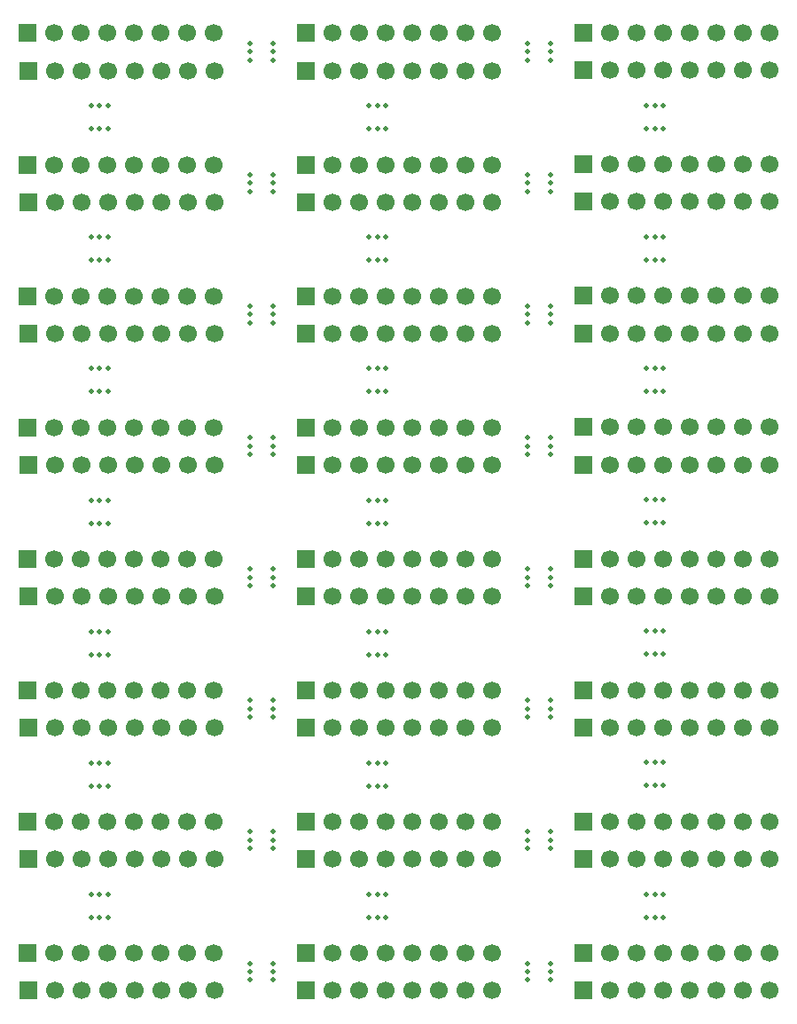
<source format=gbr>
%TF.GenerationSoftware,KiCad,Pcbnew,9.0.2*%
%TF.CreationDate,2026-01-01T17:19:06-05:00*%
%TF.ProjectId,Fracture Connector,46726163-7475-4726-9520-436f6e6e6563,rev?*%
%TF.SameCoordinates,Original*%
%TF.FileFunction,Soldermask,Top*%
%TF.FilePolarity,Negative*%
%FSLAX46Y46*%
G04 Gerber Fmt 4.6, Leading zero omitted, Abs format (unit mm)*
G04 Created by KiCad (PCBNEW 9.0.2) date 2026-01-01 17:19:06*
%MOMM*%
%LPD*%
G01*
G04 APERTURE LIST*
%ADD10C,1.700000*%
%ADD11R,1.700000X1.700000*%
%ADD12C,0.500000*%
G04 APERTURE END LIST*
D10*
%TO.C,J48*%
X125640786Y-91400786D03*
X123100786Y-91400786D03*
X120560786Y-91400786D03*
X118020786Y-91400786D03*
X115480786Y-91400786D03*
X112940786Y-91400786D03*
X110400786Y-91400786D03*
D11*
X107860786Y-91400786D03*
%TD*%
D12*
%TO.C,mouse-bite-2.54mm-slot31*%
X78190786Y-92385786D03*
X75990786Y-92385786D03*
X78190786Y-93185786D03*
X75990786Y-93185786D03*
X78190786Y-93985786D03*
X75990786Y-93985786D03*
%TD*%
D10*
%TO.C,J46*%
X72595786Y-91430786D03*
X70055786Y-91430786D03*
X67515786Y-91430786D03*
X64975786Y-91430786D03*
X62435786Y-91430786D03*
X59895786Y-91430786D03*
X57355786Y-91430786D03*
D11*
X54815786Y-91430786D03*
%TD*%
D10*
%TO.C,J45*%
X125645786Y-94975786D03*
X123105786Y-94975786D03*
X120565786Y-94975786D03*
X118025786Y-94975786D03*
X115485786Y-94975786D03*
X112945786Y-94975786D03*
X110405786Y-94975786D03*
D11*
X107865786Y-94975786D03*
%TD*%
D10*
%TO.C,J43*%
X72600786Y-95005786D03*
X70060786Y-95005786D03*
X67520786Y-95005786D03*
X64980786Y-95005786D03*
X62440786Y-95005786D03*
X59900786Y-95005786D03*
X57360786Y-95005786D03*
D11*
X54820786Y-95005786D03*
%TD*%
D12*
%TO.C,mouse-bite-2.54mm-slot33*%
X62440786Y-88015786D03*
X62440786Y-85815786D03*
X61640786Y-88015786D03*
X61640786Y-85815786D03*
X60840786Y-88015786D03*
X60840786Y-85815786D03*
%TD*%
%TO.C,mouse-bite-2.54mm-slot34*%
X88990786Y-88015786D03*
X88990786Y-85815786D03*
X88190786Y-88015786D03*
X88190786Y-85815786D03*
X87390786Y-88015786D03*
X87390786Y-85815786D03*
%TD*%
%TO.C,mouse-bite-2.54mm-slot35*%
X115485786Y-87985786D03*
X115485786Y-85785786D03*
X114685786Y-87985786D03*
X114685786Y-85785786D03*
X113885786Y-87985786D03*
X113885786Y-85785786D03*
%TD*%
D10*
%TO.C,J44*%
X99150786Y-95005786D03*
X96610786Y-95005786D03*
X94070786Y-95005786D03*
X91530786Y-95005786D03*
X88990786Y-95005786D03*
X86450786Y-95005786D03*
X83910786Y-95005786D03*
D11*
X81370786Y-95005786D03*
%TD*%
D12*
%TO.C,mouse-bite-2.54mm-slot32*%
X104740786Y-92385786D03*
X102540786Y-92385786D03*
X104740786Y-93185786D03*
X102540786Y-93185786D03*
X104740786Y-93985786D03*
X102540786Y-93985786D03*
%TD*%
D10*
%TO.C,J47*%
X99145786Y-91430786D03*
X96605786Y-91430786D03*
X94065786Y-91430786D03*
X91525786Y-91430786D03*
X88985786Y-91430786D03*
X86445786Y-91430786D03*
X83905786Y-91430786D03*
D11*
X81365786Y-91430786D03*
%TD*%
D10*
%TO.C,J42*%
X125640786Y-78860786D03*
X123100786Y-78860786D03*
X120560786Y-78860786D03*
X118020786Y-78860786D03*
X115480786Y-78860786D03*
X112940786Y-78860786D03*
X110400786Y-78860786D03*
D11*
X107860786Y-78860786D03*
%TD*%
D12*
%TO.C,mouse-bite-2.54mm-slot26*%
X78190786Y-79845786D03*
X75990786Y-79845786D03*
X78190786Y-80645786D03*
X75990786Y-80645786D03*
X78190786Y-81445786D03*
X75990786Y-81445786D03*
%TD*%
D10*
%TO.C,J40*%
X72595786Y-78890786D03*
X70055786Y-78890786D03*
X67515786Y-78890786D03*
X64975786Y-78890786D03*
X62435786Y-78890786D03*
X59895786Y-78890786D03*
X57355786Y-78890786D03*
D11*
X54815786Y-78890786D03*
%TD*%
D10*
%TO.C,J39*%
X125645786Y-82435786D03*
X123105786Y-82435786D03*
X120565786Y-82435786D03*
X118025786Y-82435786D03*
X115485786Y-82435786D03*
X112945786Y-82435786D03*
X110405786Y-82435786D03*
D11*
X107865786Y-82435786D03*
%TD*%
D10*
%TO.C,J37*%
X72600786Y-82465786D03*
X70060786Y-82465786D03*
X67520786Y-82465786D03*
X64980786Y-82465786D03*
X62440786Y-82465786D03*
X59900786Y-82465786D03*
X57360786Y-82465786D03*
D11*
X54820786Y-82465786D03*
%TD*%
D12*
%TO.C,mouse-bite-2.54mm-slot28*%
X62440786Y-75475786D03*
X62440786Y-73275786D03*
X61640786Y-75475786D03*
X61640786Y-73275786D03*
X60840786Y-75475786D03*
X60840786Y-73275786D03*
%TD*%
%TO.C,mouse-bite-2.54mm-slot29*%
X88990786Y-75475786D03*
X88990786Y-73275786D03*
X88190786Y-75475786D03*
X88190786Y-73275786D03*
X87390786Y-75475786D03*
X87390786Y-73275786D03*
%TD*%
%TO.C,mouse-bite-2.54mm-slot30*%
X115485786Y-75445786D03*
X115485786Y-73245786D03*
X114685786Y-75445786D03*
X114685786Y-73245786D03*
X113885786Y-75445786D03*
X113885786Y-73245786D03*
%TD*%
D10*
%TO.C,J38*%
X99150786Y-82465786D03*
X96610786Y-82465786D03*
X94070786Y-82465786D03*
X91530786Y-82465786D03*
X88990786Y-82465786D03*
X86450786Y-82465786D03*
X83910786Y-82465786D03*
D11*
X81370786Y-82465786D03*
%TD*%
D12*
%TO.C,mouse-bite-2.54mm-slot27*%
X104740786Y-79845786D03*
X102540786Y-79845786D03*
X104740786Y-80645786D03*
X102540786Y-80645786D03*
X104740786Y-81445786D03*
X102540786Y-81445786D03*
%TD*%
D10*
%TO.C,J41*%
X99145786Y-78890786D03*
X96605786Y-78890786D03*
X94065786Y-78890786D03*
X91525786Y-78890786D03*
X88985786Y-78890786D03*
X86445786Y-78890786D03*
X83905786Y-78890786D03*
D11*
X81365786Y-78890786D03*
%TD*%
D10*
%TO.C,J36*%
X125640786Y-66320786D03*
X123100786Y-66320786D03*
X120560786Y-66320786D03*
X118020786Y-66320786D03*
X115480786Y-66320786D03*
X112940786Y-66320786D03*
X110400786Y-66320786D03*
D11*
X107860786Y-66320786D03*
%TD*%
D12*
%TO.C,mouse-bite-2.54mm-slot21*%
X78190786Y-67305786D03*
X75990786Y-67305786D03*
X78190786Y-68105786D03*
X75990786Y-68105786D03*
X78190786Y-68905786D03*
X75990786Y-68905786D03*
%TD*%
D10*
%TO.C,J34*%
X72595786Y-66350786D03*
X70055786Y-66350786D03*
X67515786Y-66350786D03*
X64975786Y-66350786D03*
X62435786Y-66350786D03*
X59895786Y-66350786D03*
X57355786Y-66350786D03*
D11*
X54815786Y-66350786D03*
%TD*%
D10*
%TO.C,J33*%
X125645786Y-69895786D03*
X123105786Y-69895786D03*
X120565786Y-69895786D03*
X118025786Y-69895786D03*
X115485786Y-69895786D03*
X112945786Y-69895786D03*
X110405786Y-69895786D03*
D11*
X107865786Y-69895786D03*
%TD*%
D10*
%TO.C,J31*%
X72600786Y-69925786D03*
X70060786Y-69925786D03*
X67520786Y-69925786D03*
X64980786Y-69925786D03*
X62440786Y-69925786D03*
X59900786Y-69925786D03*
X57360786Y-69925786D03*
D11*
X54820786Y-69925786D03*
%TD*%
D12*
%TO.C,mouse-bite-2.54mm-slot23*%
X62440786Y-62935786D03*
X62440786Y-60735786D03*
X61640786Y-62935786D03*
X61640786Y-60735786D03*
X60840786Y-62935786D03*
X60840786Y-60735786D03*
%TD*%
%TO.C,mouse-bite-2.54mm-slot24*%
X88990786Y-62935786D03*
X88990786Y-60735786D03*
X88190786Y-62935786D03*
X88190786Y-60735786D03*
X87390786Y-62935786D03*
X87390786Y-60735786D03*
%TD*%
%TO.C,mouse-bite-2.54mm-slot25*%
X115485786Y-62905786D03*
X115485786Y-60705786D03*
X114685786Y-62905786D03*
X114685786Y-60705786D03*
X113885786Y-62905786D03*
X113885786Y-60705786D03*
%TD*%
D10*
%TO.C,J32*%
X99150786Y-69925786D03*
X96610786Y-69925786D03*
X94070786Y-69925786D03*
X91530786Y-69925786D03*
X88990786Y-69925786D03*
X86450786Y-69925786D03*
X83910786Y-69925786D03*
D11*
X81370786Y-69925786D03*
%TD*%
D12*
%TO.C,mouse-bite-2.54mm-slot22*%
X104740786Y-67305786D03*
X102540786Y-67305786D03*
X104740786Y-68105786D03*
X102540786Y-68105786D03*
X104740786Y-68905786D03*
X102540786Y-68905786D03*
%TD*%
D10*
%TO.C,J35*%
X99145786Y-66350786D03*
X96605786Y-66350786D03*
X94065786Y-66350786D03*
X91525786Y-66350786D03*
X88985786Y-66350786D03*
X86445786Y-66350786D03*
X83905786Y-66350786D03*
D11*
X81365786Y-66350786D03*
%TD*%
D10*
%TO.C,J30*%
X125640786Y-53780786D03*
X123100786Y-53780786D03*
X120560786Y-53780786D03*
X118020786Y-53780786D03*
X115480786Y-53780786D03*
X112940786Y-53780786D03*
X110400786Y-53780786D03*
D11*
X107860786Y-53780786D03*
%TD*%
D12*
%TO.C,mouse-bite-2.54mm-slot16*%
X78190786Y-54765786D03*
X75990786Y-54765786D03*
X78190786Y-55565786D03*
X75990786Y-55565786D03*
X78190786Y-56365786D03*
X75990786Y-56365786D03*
%TD*%
D10*
%TO.C,J28*%
X72595786Y-53810786D03*
X70055786Y-53810786D03*
X67515786Y-53810786D03*
X64975786Y-53810786D03*
X62435786Y-53810786D03*
X59895786Y-53810786D03*
X57355786Y-53810786D03*
D11*
X54815786Y-53810786D03*
%TD*%
D10*
%TO.C,J27*%
X125645786Y-57355786D03*
X123105786Y-57355786D03*
X120565786Y-57355786D03*
X118025786Y-57355786D03*
X115485786Y-57355786D03*
X112945786Y-57355786D03*
X110405786Y-57355786D03*
D11*
X107865786Y-57355786D03*
%TD*%
D10*
%TO.C,J25*%
X72600786Y-57385786D03*
X70060786Y-57385786D03*
X67520786Y-57385786D03*
X64980786Y-57385786D03*
X62440786Y-57385786D03*
X59900786Y-57385786D03*
X57360786Y-57385786D03*
D11*
X54820786Y-57385786D03*
%TD*%
D12*
%TO.C,mouse-bite-2.54mm-slot18*%
X62440786Y-50395786D03*
X62440786Y-48195786D03*
X61640786Y-50395786D03*
X61640786Y-48195786D03*
X60840786Y-50395786D03*
X60840786Y-48195786D03*
%TD*%
%TO.C,mouse-bite-2.54mm-slot19*%
X88990786Y-50395786D03*
X88990786Y-48195786D03*
X88190786Y-50395786D03*
X88190786Y-48195786D03*
X87390786Y-50395786D03*
X87390786Y-48195786D03*
%TD*%
%TO.C,mouse-bite-2.54mm-slot20*%
X115485786Y-50365786D03*
X115485786Y-48165786D03*
X114685786Y-50365786D03*
X114685786Y-48165786D03*
X113885786Y-50365786D03*
X113885786Y-48165786D03*
%TD*%
D10*
%TO.C,J26*%
X99150786Y-57385786D03*
X96610786Y-57385786D03*
X94070786Y-57385786D03*
X91530786Y-57385786D03*
X88990786Y-57385786D03*
X86450786Y-57385786D03*
X83910786Y-57385786D03*
D11*
X81370786Y-57385786D03*
%TD*%
D12*
%TO.C,mouse-bite-2.54mm-slot17*%
X104740786Y-54765786D03*
X102540786Y-54765786D03*
X104740786Y-55565786D03*
X102540786Y-55565786D03*
X104740786Y-56365786D03*
X102540786Y-56365786D03*
%TD*%
D10*
%TO.C,J29*%
X99145786Y-53810786D03*
X96605786Y-53810786D03*
X94065786Y-53810786D03*
X91525786Y-53810786D03*
X88985786Y-53810786D03*
X86445786Y-53810786D03*
X83905786Y-53810786D03*
D11*
X81365786Y-53810786D03*
%TD*%
D10*
%TO.C,J24*%
X125640786Y-41240786D03*
X123100786Y-41240786D03*
X120560786Y-41240786D03*
X118020786Y-41240786D03*
X115480786Y-41240786D03*
X112940786Y-41240786D03*
X110400786Y-41240786D03*
D11*
X107860786Y-41240786D03*
%TD*%
D12*
%TO.C,mouse-bite-2.54mm-slot11*%
X78190786Y-42225786D03*
X75990786Y-42225786D03*
X78190786Y-43025786D03*
X75990786Y-43025786D03*
X78190786Y-43825786D03*
X75990786Y-43825786D03*
%TD*%
D10*
%TO.C,J22*%
X72595786Y-41270786D03*
X70055786Y-41270786D03*
X67515786Y-41270786D03*
X64975786Y-41270786D03*
X62435786Y-41270786D03*
X59895786Y-41270786D03*
X57355786Y-41270786D03*
D11*
X54815786Y-41270786D03*
%TD*%
D10*
%TO.C,J21*%
X125645786Y-44815786D03*
X123105786Y-44815786D03*
X120565786Y-44815786D03*
X118025786Y-44815786D03*
X115485786Y-44815786D03*
X112945786Y-44815786D03*
X110405786Y-44815786D03*
D11*
X107865786Y-44815786D03*
%TD*%
D10*
%TO.C,J19*%
X72600786Y-44845786D03*
X70060786Y-44845786D03*
X67520786Y-44845786D03*
X64980786Y-44845786D03*
X62440786Y-44845786D03*
X59900786Y-44845786D03*
X57360786Y-44845786D03*
D11*
X54820786Y-44845786D03*
%TD*%
D12*
%TO.C,mouse-bite-2.54mm-slot13*%
X62440786Y-37855786D03*
X62440786Y-35655786D03*
X61640786Y-37855786D03*
X61640786Y-35655786D03*
X60840786Y-37855786D03*
X60840786Y-35655786D03*
%TD*%
%TO.C,mouse-bite-2.54mm-slot14*%
X88990786Y-37855786D03*
X88990786Y-35655786D03*
X88190786Y-37855786D03*
X88190786Y-35655786D03*
X87390786Y-37855786D03*
X87390786Y-35655786D03*
%TD*%
%TO.C,mouse-bite-2.54mm-slot15*%
X115485786Y-37825786D03*
X115485786Y-35625786D03*
X114685786Y-37825786D03*
X114685786Y-35625786D03*
X113885786Y-37825786D03*
X113885786Y-35625786D03*
%TD*%
D10*
%TO.C,J20*%
X99150786Y-44845786D03*
X96610786Y-44845786D03*
X94070786Y-44845786D03*
X91530786Y-44845786D03*
X88990786Y-44845786D03*
X86450786Y-44845786D03*
X83910786Y-44845786D03*
D11*
X81370786Y-44845786D03*
%TD*%
D12*
%TO.C,mouse-bite-2.54mm-slot12*%
X104740786Y-42225786D03*
X102540786Y-42225786D03*
X104740786Y-43025786D03*
X102540786Y-43025786D03*
X104740786Y-43825786D03*
X102540786Y-43825786D03*
%TD*%
D10*
%TO.C,J23*%
X99145786Y-41270786D03*
X96605786Y-41270786D03*
X94065786Y-41270786D03*
X91525786Y-41270786D03*
X88985786Y-41270786D03*
X86445786Y-41270786D03*
X83905786Y-41270786D03*
D11*
X81365786Y-41270786D03*
%TD*%
D10*
%TO.C,J18*%
X125640786Y-28700786D03*
X123100786Y-28700786D03*
X120560786Y-28700786D03*
X118020786Y-28700786D03*
X115480786Y-28700786D03*
X112940786Y-28700786D03*
X110400786Y-28700786D03*
D11*
X107860786Y-28700786D03*
%TD*%
D12*
%TO.C,mouse-bite-2.54mm-slot6*%
X78190786Y-29685786D03*
X75990786Y-29685786D03*
X78190786Y-30485786D03*
X75990786Y-30485786D03*
X78190786Y-31285786D03*
X75990786Y-31285786D03*
%TD*%
D10*
%TO.C,J16*%
X72595786Y-28730786D03*
X70055786Y-28730786D03*
X67515786Y-28730786D03*
X64975786Y-28730786D03*
X62435786Y-28730786D03*
X59895786Y-28730786D03*
X57355786Y-28730786D03*
D11*
X54815786Y-28730786D03*
%TD*%
D10*
%TO.C,J15*%
X125645786Y-32275786D03*
X123105786Y-32275786D03*
X120565786Y-32275786D03*
X118025786Y-32275786D03*
X115485786Y-32275786D03*
X112945786Y-32275786D03*
X110405786Y-32275786D03*
D11*
X107865786Y-32275786D03*
%TD*%
D10*
%TO.C,J13*%
X72600786Y-32305786D03*
X70060786Y-32305786D03*
X67520786Y-32305786D03*
X64980786Y-32305786D03*
X62440786Y-32305786D03*
X59900786Y-32305786D03*
X57360786Y-32305786D03*
D11*
X54820786Y-32305786D03*
%TD*%
D10*
%TO.C,J14*%
X99150786Y-32305786D03*
X96610786Y-32305786D03*
X94070786Y-32305786D03*
X91530786Y-32305786D03*
X88990786Y-32305786D03*
X86450786Y-32305786D03*
X83910786Y-32305786D03*
D11*
X81370786Y-32305786D03*
%TD*%
D12*
%TO.C,mouse-bite-2.54mm-slot7*%
X104740786Y-29685786D03*
X102540786Y-29685786D03*
X104740786Y-30485786D03*
X102540786Y-30485786D03*
X104740786Y-31285786D03*
X102540786Y-31285786D03*
%TD*%
D10*
%TO.C,J17*%
X99145786Y-28730786D03*
X96605786Y-28730786D03*
X94065786Y-28730786D03*
X91525786Y-28730786D03*
X88985786Y-28730786D03*
X86445786Y-28730786D03*
X83905786Y-28730786D03*
D11*
X81365786Y-28730786D03*
%TD*%
D10*
%TO.C,J11*%
X99145786Y-103970786D03*
X96605786Y-103970786D03*
X94065786Y-103970786D03*
X91525786Y-103970786D03*
X88985786Y-103970786D03*
X86445786Y-103970786D03*
X83905786Y-103970786D03*
D11*
X81365786Y-103970786D03*
%TD*%
D12*
%TO.C,mouse-bite-2.54mm-slot2*%
X104740786Y-104925786D03*
X102540786Y-104925786D03*
X104740786Y-105725786D03*
X102540786Y-105725786D03*
X104740786Y-106525786D03*
X102540786Y-106525786D03*
%TD*%
D10*
%TO.C,J8*%
X99150786Y-107545786D03*
X96610786Y-107545786D03*
X94070786Y-107545786D03*
X91530786Y-107545786D03*
X88990786Y-107545786D03*
X86450786Y-107545786D03*
X83910786Y-107545786D03*
D11*
X81370786Y-107545786D03*
%TD*%
D12*
%TO.C,mouse-bite-2.54mm-slot5*%
X115485786Y-100525786D03*
X115485786Y-98325786D03*
X114685786Y-100525786D03*
X114685786Y-98325786D03*
X113885786Y-100525786D03*
X113885786Y-98325786D03*
%TD*%
%TO.C,mouse-bite-2.54mm-slot4*%
X88990786Y-100555786D03*
X88990786Y-98355786D03*
X88190786Y-100555786D03*
X88190786Y-98355786D03*
X87390786Y-100555786D03*
X87390786Y-98355786D03*
%TD*%
%TO.C,mouse-bite-2.54mm-slot3*%
X62440786Y-100555786D03*
X62440786Y-98355786D03*
X61640786Y-100555786D03*
X61640786Y-98355786D03*
X60840786Y-100555786D03*
X60840786Y-98355786D03*
%TD*%
D10*
%TO.C,J7*%
X72600786Y-107545786D03*
X70060786Y-107545786D03*
X67520786Y-107545786D03*
X64980786Y-107545786D03*
X62440786Y-107545786D03*
X59900786Y-107545786D03*
X57360786Y-107545786D03*
D11*
X54820786Y-107545786D03*
%TD*%
D10*
%TO.C,J9*%
X125645786Y-107515786D03*
X123105786Y-107515786D03*
X120565786Y-107515786D03*
X118025786Y-107515786D03*
X115485786Y-107515786D03*
X112945786Y-107515786D03*
X110405786Y-107515786D03*
D11*
X107865786Y-107515786D03*
%TD*%
D10*
%TO.C,J10*%
X72595786Y-103970786D03*
X70055786Y-103970786D03*
X67515786Y-103970786D03*
X64975786Y-103970786D03*
X62435786Y-103970786D03*
X59895786Y-103970786D03*
X57355786Y-103970786D03*
D11*
X54815786Y-103970786D03*
%TD*%
D12*
%TO.C,mouse-bite-2.54mm-slot1*%
X78190786Y-104925786D03*
X75990786Y-104925786D03*
X78190786Y-105725786D03*
X75990786Y-105725786D03*
X78190786Y-106525786D03*
X75990786Y-106525786D03*
%TD*%
D10*
%TO.C,J12*%
X125640786Y-103940786D03*
X123100786Y-103940786D03*
X120560786Y-103940786D03*
X118020786Y-103940786D03*
X115480786Y-103940786D03*
X112940786Y-103940786D03*
X110400786Y-103940786D03*
D11*
X107860786Y-103940786D03*
%TD*%
D12*
%TO.C,mouse-bite-2.54mm-slot*%
X87390786Y-110895786D03*
X87390786Y-113095786D03*
X88190786Y-110895786D03*
X88190786Y-113095786D03*
X88990786Y-110895786D03*
X88990786Y-113095786D03*
%TD*%
D11*
%TO.C,J6*%
X107860786Y-116480786D03*
D10*
X110400786Y-116480786D03*
X112940786Y-116480786D03*
X115480786Y-116480786D03*
X118020786Y-116480786D03*
X120560786Y-116480786D03*
X123100786Y-116480786D03*
X125640786Y-116480786D03*
%TD*%
D11*
%TO.C,J5*%
X54820786Y-120085786D03*
D10*
X57360786Y-120085786D03*
X59900786Y-120085786D03*
X62440786Y-120085786D03*
X64980786Y-120085786D03*
X67520786Y-120085786D03*
X70060786Y-120085786D03*
X72600786Y-120085786D03*
%TD*%
D11*
%TO.C,J5*%
X107865786Y-120055786D03*
D10*
X110405786Y-120055786D03*
X112945786Y-120055786D03*
X115485786Y-120055786D03*
X118025786Y-120055786D03*
X120565786Y-120055786D03*
X123105786Y-120055786D03*
X125645786Y-120055786D03*
%TD*%
D12*
%TO.C,mouse-bite-2.54mm-slot*%
X75990786Y-119065786D03*
X78190786Y-119065786D03*
X75990786Y-118265786D03*
X78190786Y-118265786D03*
X75990786Y-117465786D03*
X78190786Y-117465786D03*
%TD*%
D11*
%TO.C,J6*%
X54815786Y-116510786D03*
D10*
X57355786Y-116510786D03*
X59895786Y-116510786D03*
X62435786Y-116510786D03*
X64975786Y-116510786D03*
X67515786Y-116510786D03*
X70055786Y-116510786D03*
X72595786Y-116510786D03*
%TD*%
D12*
%TO.C,mouse-bite-2.54mm-slot*%
X60840786Y-110895786D03*
X60840786Y-113095786D03*
X61640786Y-110895786D03*
X61640786Y-113095786D03*
X62440786Y-110895786D03*
X62440786Y-113095786D03*
%TD*%
D11*
%TO.C,J5*%
X81370786Y-120085786D03*
D10*
X83910786Y-120085786D03*
X86450786Y-120085786D03*
X88990786Y-120085786D03*
X91530786Y-120085786D03*
X94070786Y-120085786D03*
X96610786Y-120085786D03*
X99150786Y-120085786D03*
%TD*%
D12*
%TO.C,mouse-bite-2.54mm-slot*%
X102540786Y-119065786D03*
X104740786Y-119065786D03*
X102540786Y-118265786D03*
X104740786Y-118265786D03*
X102540786Y-117465786D03*
X104740786Y-117465786D03*
%TD*%
%TO.C,mouse-bite-2.54mm-slot*%
X113885786Y-110865786D03*
X113885786Y-113065786D03*
X114685786Y-110865786D03*
X114685786Y-113065786D03*
X115485786Y-110865786D03*
X115485786Y-113065786D03*
%TD*%
D11*
%TO.C,J6*%
X81365786Y-116510786D03*
D10*
X83905786Y-116510786D03*
X86445786Y-116510786D03*
X88985786Y-116510786D03*
X91525786Y-116510786D03*
X94065786Y-116510786D03*
X96605786Y-116510786D03*
X99145786Y-116510786D03*
%TD*%
M02*

</source>
